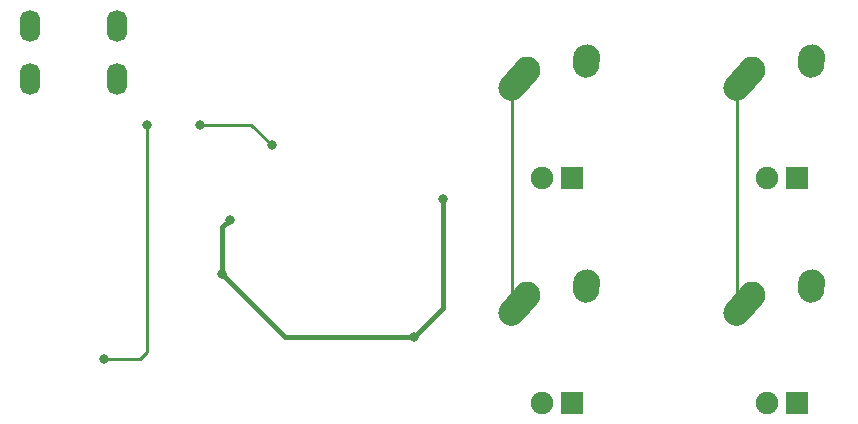
<source format=gtl>
%TF.GenerationSoftware,KiCad,Pcbnew,(5.1.12)-1*%
%TF.CreationDate,2022-04-14T09:57:20+09:00*%
%TF.ProjectId,ai03-pcb-guide,61693033-2d70-4636-922d-67756964652e,rev?*%
%TF.SameCoordinates,Original*%
%TF.FileFunction,Copper,L1,Top*%
%TF.FilePolarity,Positive*%
%FSLAX46Y46*%
G04 Gerber Fmt 4.6, Leading zero omitted, Abs format (unit mm)*
G04 Created by KiCad (PCBNEW (5.1.12)-1) date 2022-04-14 09:57:20*
%MOMM*%
%LPD*%
G01*
G04 APERTURE LIST*
%TA.AperFunction,ComponentPad*%
%ADD10O,1.700000X2.700000*%
%TD*%
%TA.AperFunction,ComponentPad*%
%ADD11R,1.905000X1.905000*%
%TD*%
%TA.AperFunction,ComponentPad*%
%ADD12C,1.905000*%
%TD*%
%TA.AperFunction,ComponentPad*%
%ADD13C,2.250000*%
%TD*%
%TA.AperFunction,ViaPad*%
%ADD14C,0.800000*%
%TD*%
%TA.AperFunction,Conductor*%
%ADD15C,0.381000*%
%TD*%
%TA.AperFunction,Conductor*%
%ADD16C,0.254000*%
%TD*%
G04 APERTURE END LIST*
D10*
%TO.P,USB1,6*%
%TO.N,Net-(USB1-Pad6)*%
X51341000Y-75406250D03*
X58641000Y-75406250D03*
X58641000Y-79906250D03*
X51341000Y-79906250D03*
%TD*%
D11*
%TO.P,MX4,4*%
%TO.N,N/C*%
X116205000Y-107315000D03*
D12*
%TO.P,MX4,3*%
X113665000Y-107315000D03*
D13*
%TO.P,MX4,1*%
%TO.N,COL1*%
X112435000Y-98235000D03*
%TA.AperFunction,ComponentPad*%
G36*
G01*
X110373688Y-100532350D02*
X110373683Y-100532345D01*
G75*
G02*
X110287655Y-98943683I751317J837345D01*
G01*
X111597657Y-97483683D01*
G75*
G02*
X113186319Y-97397655I837345J-751317D01*
G01*
X113186319Y-97397655D01*
G75*
G02*
X113272347Y-98986317I-751317J-837345D01*
G01*
X111962345Y-100446317D01*
G75*
G02*
X110373683Y-100532345I-837345J751317D01*
G01*
G37*
%TD.AperFunction*%
%TO.P,MX4,2*%
%TO.N,Net-(D4-Pad2)*%
X117475000Y-97155000D03*
%TA.AperFunction,ComponentPad*%
G36*
G01*
X117358483Y-98857395D02*
X117357597Y-98857334D01*
G75*
G02*
X116312666Y-97657597I77403J1122334D01*
G01*
X116352666Y-97077597D01*
G75*
G02*
X117552403Y-96032666I1122334J-77403D01*
G01*
X117552403Y-96032666D01*
G75*
G02*
X118597334Y-97232403I-77403J-1122334D01*
G01*
X118557334Y-97812403D01*
G75*
G02*
X117357597Y-98857334I-1122334J77403D01*
G01*
G37*
%TD.AperFunction*%
%TD*%
D11*
%TO.P,MX3,4*%
%TO.N,N/C*%
X97155000Y-107315000D03*
D12*
%TO.P,MX3,3*%
X94615000Y-107315000D03*
D13*
%TO.P,MX3,1*%
%TO.N,COL0*%
X93385000Y-98235000D03*
%TA.AperFunction,ComponentPad*%
G36*
G01*
X91323688Y-100532350D02*
X91323683Y-100532345D01*
G75*
G02*
X91237655Y-98943683I751317J837345D01*
G01*
X92547657Y-97483683D01*
G75*
G02*
X94136319Y-97397655I837345J-751317D01*
G01*
X94136319Y-97397655D01*
G75*
G02*
X94222347Y-98986317I-751317J-837345D01*
G01*
X92912345Y-100446317D01*
G75*
G02*
X91323683Y-100532345I-837345J751317D01*
G01*
G37*
%TD.AperFunction*%
%TO.P,MX3,2*%
%TO.N,Net-(D3-Pad2)*%
X98425000Y-97155000D03*
%TA.AperFunction,ComponentPad*%
G36*
G01*
X98308483Y-98857395D02*
X98307597Y-98857334D01*
G75*
G02*
X97262666Y-97657597I77403J1122334D01*
G01*
X97302666Y-97077597D01*
G75*
G02*
X98502403Y-96032666I1122334J-77403D01*
G01*
X98502403Y-96032666D01*
G75*
G02*
X99547334Y-97232403I-77403J-1122334D01*
G01*
X99507334Y-97812403D01*
G75*
G02*
X98307597Y-98857334I-1122334J77403D01*
G01*
G37*
%TD.AperFunction*%
%TD*%
D11*
%TO.P,MX2,4*%
%TO.N,N/C*%
X116205000Y-88265000D03*
D12*
%TO.P,MX2,3*%
X113665000Y-88265000D03*
D13*
%TO.P,MX2,1*%
%TO.N,COL1*%
X112435000Y-79185000D03*
%TA.AperFunction,ComponentPad*%
G36*
G01*
X110373688Y-81482350D02*
X110373683Y-81482345D01*
G75*
G02*
X110287655Y-79893683I751317J837345D01*
G01*
X111597657Y-78433683D01*
G75*
G02*
X113186319Y-78347655I837345J-751317D01*
G01*
X113186319Y-78347655D01*
G75*
G02*
X113272347Y-79936317I-751317J-837345D01*
G01*
X111962345Y-81396317D01*
G75*
G02*
X110373683Y-81482345I-837345J751317D01*
G01*
G37*
%TD.AperFunction*%
%TO.P,MX2,2*%
%TO.N,Net-(D2-Pad2)*%
X117475000Y-78105000D03*
%TA.AperFunction,ComponentPad*%
G36*
G01*
X117358483Y-79807395D02*
X117357597Y-79807334D01*
G75*
G02*
X116312666Y-78607597I77403J1122334D01*
G01*
X116352666Y-78027597D01*
G75*
G02*
X117552403Y-76982666I1122334J-77403D01*
G01*
X117552403Y-76982666D01*
G75*
G02*
X118597334Y-78182403I-77403J-1122334D01*
G01*
X118557334Y-78762403D01*
G75*
G02*
X117357597Y-79807334I-1122334J77403D01*
G01*
G37*
%TD.AperFunction*%
%TD*%
D11*
%TO.P,MX1,4*%
%TO.N,N/C*%
X97155000Y-88265000D03*
D12*
%TO.P,MX1,3*%
X94615000Y-88265000D03*
D13*
%TO.P,MX1,1*%
%TO.N,COL0*%
X93385000Y-79185000D03*
%TA.AperFunction,ComponentPad*%
G36*
G01*
X91323688Y-81482350D02*
X91323683Y-81482345D01*
G75*
G02*
X91237655Y-79893683I751317J837345D01*
G01*
X92547657Y-78433683D01*
G75*
G02*
X94136319Y-78347655I837345J-751317D01*
G01*
X94136319Y-78347655D01*
G75*
G02*
X94222347Y-79936317I-751317J-837345D01*
G01*
X92912345Y-81396317D01*
G75*
G02*
X91323683Y-81482345I-837345J751317D01*
G01*
G37*
%TD.AperFunction*%
%TO.P,MX1,2*%
%TO.N,Net-(D1-Pad2)*%
X98425000Y-78105000D03*
%TA.AperFunction,ComponentPad*%
G36*
G01*
X98308483Y-79807395D02*
X98307597Y-79807334D01*
G75*
G02*
X97262666Y-78607597I77403J1122334D01*
G01*
X97302666Y-78027597D01*
G75*
G02*
X98502403Y-76982666I1122334J-77403D01*
G01*
X98502403Y-76982666D01*
G75*
G02*
X99547334Y-78182403I-77403J-1122334D01*
G01*
X99507334Y-78762403D01*
G75*
G02*
X98307597Y-79807334I-1122334J77403D01*
G01*
G37*
%TD.AperFunction*%
%TD*%
D14*
%TO.N,+5V*%
X86233000Y-90043000D03*
X83820000Y-101727000D03*
X67564000Y-96393000D03*
X68199000Y-91821000D03*
%TO.N,Net-(R1-Pad2)*%
X61214000Y-83820000D03*
X57531000Y-103632000D03*
X65659000Y-83820000D03*
X71755000Y-85532998D03*
%TD*%
D15*
%TO.N,+5V*%
X86233000Y-90043000D02*
X86233000Y-99314000D01*
X86233000Y-99314000D02*
X83820000Y-101727000D01*
X83820000Y-101727000D02*
X83820000Y-101727000D01*
X83820000Y-101727000D02*
X73533000Y-101727000D01*
X67564000Y-96393000D02*
X72898000Y-101727000D01*
X72898000Y-101727000D02*
X73533000Y-101727000D01*
X67564000Y-96393000D02*
X67564000Y-92456000D01*
X67564000Y-92456000D02*
X68199000Y-91821000D01*
D16*
%TO.N,COL0*%
X92075000Y-80645000D02*
X92075000Y-99695000D01*
%TO.N,COL1*%
X111125000Y-80645000D02*
X111125000Y-99695000D01*
%TO.N,Net-(R1-Pad2)*%
X61214000Y-83820000D02*
X61214000Y-102997000D01*
X61214000Y-102997000D02*
X60579000Y-103632000D01*
X60579000Y-103632000D02*
X57531000Y-103632000D01*
X65659000Y-83820000D02*
X70042002Y-83820000D01*
X70042002Y-83820000D02*
X71755000Y-85532998D01*
%TD*%
M02*

</source>
